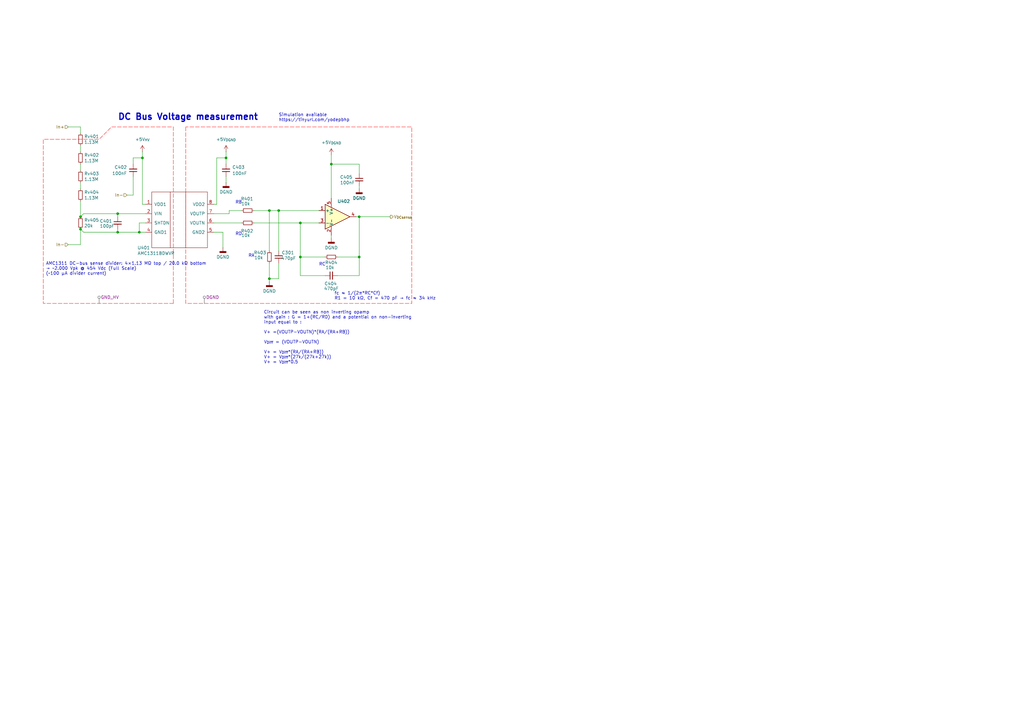
<source format=kicad_sch>
(kicad_sch (version 20250114) (generator "eeschema") (generator_version "9.0")
  (paper "A3")
  (title_block (title "Micro-inverter - 400W") (date "2024-02-06") (comment 1 "JAL"))
  (lib_symbols
    (symbol "Device:C_Small" (pin_numbers (hide yes)) (pin_names (offset 0.254) (hide yes))
      (property "Reference" "C" (at 0.254 1.778 0))
      (property "Value" "C_Small" (at 0.254 -2.032 0))
      (symbol "C_Small_0_1"
        (polyline (pts (xy -1.524 0.508) (xy 1.524 0.508)) (stroke (width 0.3048)))
        (polyline (pts (xy -1.524 -0.508) (xy 1.524 -0.508)) (stroke (width 0.3302)))
      )
      (symbol "C_Small_1_1"
        (pin passive line (at 0 2.54 270) (length 2.032) (name "~") (number "1"))
        (pin passive line (at 0 -2.54 90) (length 2.032) (name "~") (number "2"))
      )
    )
    (symbol "Device:R_Small" (pin_numbers (hide yes)) (pin_names (offset 0.254) (hide yes))
      (property "Reference" "R" (at 0 0 90))
      (property "Value" "R_Small" (at 1.778 0 90))
      (symbol "R_Small_0_1"
        (rectangle (start -0.762 1.778) (end 0.762 -1.778) (stroke (width 0.2032)))
      )
      (symbol "R_Small_1_1"
        (pin passive line (at 0 2.54 270) (length 0.762) (name "~") (number "1"))
        (pin passive line (at 0 -2.54 90) (length 0.762) (name "~") (number "2"))
      )
    )
    (symbol "Symbols:AMC1311" (pin_names (offset 1.016))
      (property "Reference" "U" (at 0 -6.35 0))
      (property "Value" "AMC1311" (at 0 -8.89 0))
      (symbol "AMC1311_0_1"
        (rectangle (start -11.43 12.7) (end 11.43 -10.16))
        (polyline (pts (xy -3.81 12.7) (xy -3.81 -10.16)))
        (polyline (pts (xy 2.54 12.7) (xy 2.54 -10.16)))
      )
      (symbol "AMC1311_1_1"
        (pin power_in line (at -13.97 7.62 0) (length 2.54) (name "VDD1") (number "1"))
        (pin input line (at -13.97 3.81 0) (length 2.54) (name "VIN") (number "2"))
        (pin input line (at -13.97 0 0) (length 2.54) (name "SHTDN") (number "3"))
        (pin power_in line (at -13.97 -3.81 0) (length 2.54) (name "GND1") (number "4"))
        (pin power_in line (at 13.97 7.62 180) (length 2.54) (name "VDD2") (number "8"))
        (pin output line (at 13.97 3.81 180) (length 2.54) (name "VOUTP") (number "7"))
        (pin output line (at 13.97 0 180) (length 2.54) (name "VOUTN") (number "6"))
        (pin power_in line (at 13.97 -3.81 180) (length 2.54) (name "GND2") (number "5"))
      )
    )
    (symbol "Symbols:MCP6486UT-E/LT" (pin_names (offset 0.127))
      (property "Reference" "U402" (at 5.08 6.35 0))
      (symbol "MCP6486UT-E/LT_0_1"
        (polyline (pts (xy -2.54 5.08) (xy -2.54 -5.08) (xy 7.62 0) (xy -2.54 5.08)) (stroke (width 0.254)) (fill (type background)))
      )
      (symbol "MCP6486UT-E/LT_1_1"
        (pin input line (at -5.08 2.54 0) (length 2.54) (name "+") (number "1"))
        (pin input line (at -5.08 -2.54 0) (length 2.54) (name "-") (number "3"))
        (pin power_in line (at 0 7.62 270) (length 3.81) (name "V+") (number "5"))
        (pin power_in line (at 0 -7.62 90) (length 3.81) (name "V-") (number "2"))
        (pin output line (at 10.16 0 180) (length 2.54) (name "~") (number "4"))
      )
    )
    (symbol "power:+12V" (power) (pin_numbers (hide yes)) (pin_names (offset 0) (hide yes))
      (property "Value" "+12V" (at 0 3.556 0))
      (symbol "+12V_0_1"
        (polyline (pts (xy -0.762 1.27) (xy 0 2.54)))
        (polyline (pts (xy 0 2.54) (xy 0.762 1.27)))
        (polyline (pts (xy 0 0) (xy 0 2.54)))
      )
      (symbol "+12V_1_1"
        (pin power_in line (at 0 0 90) (length 0) (name "~") (number "1"))
      )
    )
    (symbol "power:GNDD" (power) (pin_numbers (hide yes)) (pin_names (offset 0) (hide yes))
      (property "Value" "GNDD" (at 0 -3.175 0))
      (symbol "GNDD_0_1"
        (rectangle (start -1.27 -1.524) (end 1.27 -2.032) (stroke (width 0.254)) (fill (type outline)))
        (polyline (pts (xy 0 0) (xy 0 -1.524)))
      )
      (symbol "GNDD_1_1"
        (pin power_in line (at 0 0 270) (length 0) (name "~") (number "1"))
      )
    )
  )
  (text "RB" (at 96.52 83.82 0) (effects (font (size 1.27 1.27)) (justify left bottom)))
  (text "AMC1311 DC-bus sense divider: 4×1.13 MΩ top / 20.0 kΩ bottom\n→ ~2.000 Vpk @ 454 Vdc (Full Scale) \n(~100 µA divider current)\n" (at 18.796 110.236 0) (effects (font (size 1.27 1.27)) (justify left)))
  (text "Circuit can be seen as non inverting opamp\nwith gain : G = 1+(RC/RD) and a potential on non-inverting\ninput equal to :\n\nV+ =(VOUTP-VOUTN)*(RA/(RA+RB))\n\nV_{Diff} = (VOUTP-VOUTN)\n\nV+ = V_{Diff}*(RA/(RA+RB))\nV+ = V_{Diff}*(27k/(27k+27k))\nV+ = V_{Diff}*0.5" (at 108.204 149.352 0) (effects (font (size 1.27 1.27)) (justify left bottom)))
  (text "RD" (at 96.52 96.774 0) (effects (font (size 1.27 1.27)) (justify left bottom)))
  (text "DC Bus Voltage measurement" (at 48.26 49.53 0) (effects (font (size 2.54 2.54) (thickness 0.5) (bold yes)) (justify left bottom)))
  (text "fc ​≈ 1/(2π*RC*Cf)​\nR1 = 10 kΩ, Cf = 470 pF → fc ≈ 34 kHz" (at 137.16 121.412 0) (effects (font (size 1.27 1.27)) (justify left)))
  (text "RA" (at 101.854 105.664 0) (effects (font (size 1.27 1.27)) (justify left bottom)))
  (text "Simulation available\nhttps://tinyurl.com/yodepbhp\n\n" (at 114.3 52.07 0) (effects (font (size 1.27 1.27)) (justify left bottom)))
  (text "RC" (at 130.81 109.22 0) (effects (font (size 1.27 1.27)) (justify left bottom)))
  (junction (at 110.49 86.36))
  (junction (at 57.15 95.25))
  (junction (at 114.3 86.36))
  (junction (at 48.26 87.63))
  (junction (at 147.32 88.9))
  (junction (at 48.26 95.25))
  (junction (at 33.02 88.9))
  (junction (at 135.89 67.31))
  (junction (at 123.19 105.41))
  (junction (at 92.71 64.77))
  (junction (at 110.49 114.3))
  (junction (at 123.19 91.44))
  (junction (at 147.32 105.41))
  (junction (at 58.42 64.77))
  (junction (at 33.02 93.98))
  (wire (pts (xy 93.98 87.63) (xy 87.63 87.63)))
  (wire (pts (xy 114.3 86.36) (xy 114.3 102.87)))
  (wire (pts (xy 58.42 83.82) (xy 59.69 83.82)))
  (wire (pts (xy 33.02 67.31) (xy 33.02 69.85)))
  (wire (pts (xy 57.15 95.25) (xy 59.69 95.25)))
  (wire (pts (xy 92.71 62.23) (xy 92.71 64.77)))
  (wire (pts (xy 110.49 86.36) (xy 114.3 86.36)))
  (wire (pts (xy 54.61 64.77) (xy 54.61 67.31)))
  (wire (pts (xy 91.44 95.25) (xy 91.44 101.6)))
  (wire (pts (xy 33.02 93.98) (xy 34.29 95.25)) (stroke (width 0.1524)))
  (wire (pts (xy 33.02 82.55) (xy 33.02 88.9)))
  (wire (pts (xy 57.15 91.44) (xy 57.15 95.25)))
  (wire (pts (xy 33.02 100.33) (xy 33.02 93.98)) (stroke (width 0.1524)))
  (wire (pts (xy 54.61 80.01) (xy 52.07 80.01)) (stroke (width 0.1524)))
  (wire (pts (xy 123.19 105.41) (xy 133.35 105.41)))
  (wire (pts (xy 48.26 87.63) (xy 48.26 88.9)))
  (wire (pts (xy 33.02 52.07) (xy 33.02 54.61)))
  (wire (pts (xy 114.3 86.36) (xy 130.81 86.36)))
  (wire (pts (xy 104.14 91.44) (xy 123.19 91.44)))
  (wire (pts (xy 104.14 86.36) (xy 110.49 86.36)))
  (wire (pts (xy 48.26 87.63) (xy 59.69 87.63)))
  (wire (pts (xy 123.19 105.41) (xy 123.19 113.03)))
  (wire (pts (xy 27.94 52.07) (xy 33.02 52.07)))
  (wire (pts (xy 58.42 64.77) (xy 58.42 83.82)))
  (wire (pts (xy 87.63 95.25) (xy 91.44 95.25)))
  (wire (pts (xy 87.63 91.44) (xy 99.06 91.44)))
  (wire (pts (xy 92.71 64.77) (xy 92.71 67.31)))
  (wire (pts (xy 147.32 88.9) (xy 147.32 105.41)))
  (wire (pts (xy 34.29 95.25) (xy 48.26 95.25)) (stroke (width 0.1524)))
  (wire (pts (xy 147.32 67.31) (xy 147.32 71.12)))
  (wire (pts (xy 147.32 67.31) (xy 135.89 67.31)))
  (wire (pts (xy 33.02 59.69) (xy 33.02 62.23)))
  (wire (pts (xy 133.35 113.03) (xy 123.19 113.03)))
  (wire (pts (xy 59.69 91.44) (xy 57.15 91.44)))
  (wire (pts (xy 135.89 67.31) (xy 135.89 81.28)))
  (wire (pts (xy 33.02 74.93) (xy 33.02 77.47)))
  (wire (pts (xy 135.89 63.5) (xy 135.89 67.31)))
  (wire (pts (xy 92.71 64.77) (xy 88.9 64.77)))
  (wire (pts (xy 146.05 88.9) (xy 147.32 88.9)))
  (wire (pts (xy 110.49 86.36) (xy 110.49 102.87)))
  (wire (pts (xy 34.29 87.63) (xy 48.26 87.63)))
  (wire (pts (xy 48.26 95.25) (xy 57.15 95.25)) (stroke (width 0.1524)))
  (wire (pts (xy 33.02 88.9) (xy 34.29 87.63)))
  (wire (pts (xy 135.89 96.52) (xy 135.89 97.79)))
  (wire (pts (xy 110.49 107.95) (xy 110.49 114.3)))
  (wire (pts (xy 138.43 105.41) (xy 147.32 105.41)))
  (wire (pts (xy 138.43 113.03) (xy 147.32 113.03)))
  (wire (pts (xy 88.9 64.77) (xy 88.9 83.82)))
  (wire (pts (xy 123.19 91.44) (xy 130.81 91.44)))
  (wire (pts (xy 147.32 105.41) (xy 147.32 113.03)))
  (wire (pts (xy 123.19 91.44) (xy 123.19 105.41)))
  (wire (pts (xy 93.98 86.36) (xy 93.98 87.63)))
  (wire (pts (xy 92.71 72.39) (xy 92.71 74.93)))
  (wire (pts (xy 114.3 114.3) (xy 110.49 114.3)))
  (wire (pts (xy 99.06 86.36) (xy 93.98 86.36)))
  (wire (pts (xy 48.26 93.98) (xy 48.26 95.25)))
  (wire (pts (xy 114.3 107.95) (xy 114.3 114.3)))
  (wire (pts (xy 147.32 76.2) (xy 147.32 77.47)))
  (wire (pts (xy 58.42 62.23) (xy 58.42 64.77)))
  (wire (pts (xy 87.63 83.82) (xy 88.9 83.82)))
  (wire (pts (xy 54.61 72.39) (xy 54.61 80.01)))
  (wire (pts (xy 110.49 114.3) (xy 110.49 115.57)))
  (wire (pts (xy 54.61 64.77) (xy 58.42 64.77)))
  (wire (pts (xy 27.94 100.33) (xy 33.02 100.33)) (stroke (width 0.1524)))
  (wire (pts (xy 147.32 88.9) (xy 160.02 88.9)))
  (hierarchical_label "In-" (shape input) (at 52.07 80.01 180))
  (hierarchical_label "In-" (shape input) (at 27.94 100.33 180))
  (hierarchical_label "V_{DCsense}" (shape output) (at 160.02 88.9 0))
  (hierarchical_label "In+" (shape input) (at 27.94 52.07 180))
  (rule_area (polyline (pts (xy 76.2 52.07) (xy 76.2 124.46) (xy 168.91 124.46) (xy 168.91 52.07)) (stroke (width 0) (type dash))))
  (rule_area (polyline (pts (xy 71.12 124.46) (xy 71.12 52.07) (xy 45.72 52.07) (xy 40.64 57.15) (xy 17.78 57.15) (xy 17.78 124.46)) (stroke (width 0) (type dash))))
  (netclass_flag "" (length 2.54) (shape round) (at 83.82 124.46 0) (property "Netclass" "DGND" (at 84.5185 121.92 0) (effects (justify left))))
  (netclass_flag "" (length 2.54) (shape round) (at 40.64 124.46 0) (property "Netclass" "GND_HV" (at 41.3385 121.92 0) (effects (justify left))))
  (symbol (lib_id "Device:C_Small") (at 92.71 69.85 0) (mirror x) (unit 1)
    (property "Reference" "C403" (at 95.25 68.58 0) (effects (justify left)))
    (property "Value" "100nF" (at 95.25 71.12 0) (effects (justify left)))
    (property "Footprint" "Capacitor_SMD:C_1206_3216Metric" (effects (hide yes)))
    (property "Datasheet" "${KIPRJMOD}\\datasheet\\KEM_C1002_X7R_SMD-3316098.pdf" (effects (hide yes)))
    (property "Functional Block" "Measurement" (effects (hide yes)))
    (property "LCSC" "C24497" (effects (hide yes)))
  )
  (symbol (lib_id "Device:C_Small") (at 135.89 113.03 90) (unit 1)
    (property "Reference" "C404" (at 138.176 116.332 90) (effects (justify left)))
    (property "Value" "470pF" (at 138.938 118.364 90) (effects (justify left)))
    (property "Footprint" "Footprints:C_0805_2012Metric" (effects (hide yes)))
    (property "Datasheet" "${KIPRJMOD}\\datasheet\\UPY_GP_NP0_16V_to_50V_18-1730511.pdf" (effects (hide yes)))
    (property "LCSC" "C1743" (effects (hide yes)))
  )
  (symbol (lib_id "Device:R_Small") (at 135.89 105.41 90) (unit 1)
    (property "Reference" "R404" (at 138.43 107.696 90) (effects (justify left)))
    (property "Value" "10k" (at 137.16 109.728 90) (effects (justify left)))
    (property "Footprint" "Footprints:R_0805_2012Metric" (effects (hide yes)))
    (property "Description" "Resistor, small symbol" (effects (hide yes)))
    (property "LCSC" "C17414" (effects (hide yes)))
  )
  (symbol (lib_id "Device:R_Small") (at 33.02 72.39 0) (unit 1)
    (property "Reference" "Rv403" (at 34.5186 71.2216 0) (effects (justify left)))
    (property "Value" "1.13M" (at 34.5186 73.533 0) (effects (justify left)))
    (property "Footprint" "Resistor_SMD:R_0805_2012Metric" (effects (hide yes)))
    (property "Description" "Resistor, small symbol" (effects (hide yes)))
    (property "LCSC" "C2091141" (effects (hide yes)))
  )
  (symbol (lib_id "Device:C_Small") (at 147.32 73.66 0) (unit 1)
    (property "Reference" "C405" (at 139.446 72.644 0) (effects (justify left)))
    (property "Value" "100nF" (at 139.446 74.93 0) (effects (justify left)))
    (property "Footprint" "Capacitor_SMD:C_0805_2012Metric" (effects (hide yes)))
    (property "Datasheet" "${KIPRJMOD}\\datasheet\\KEM_C1002_X7R_SMD-3316098.pdf" (effects (hide yes)))
    (property "LCSC" "C49678" (effects (hide yes)))
  )
  (symbol (lib_id "Device:R_Small") (at 101.6 86.36 90) (unit 1)
    (property "Reference" "R401" (at 103.886 81.534 90) (effects (justify left)))
    (property "Value" "10k" (at 102.616 83.566 90) (effects (justify left)))
    (property "Footprint" "Footprints:R_0805_2012Metric" (effects (hide yes)))
    (property "Description" "Resistor, small symbol" (effects (hide yes)))
    (property "LCSC" "C17414" (effects (hide yes)))
  )
  (symbol (lib_id "power:GNDD") (at 92.71 74.93 0) (unit 1)
    (property "Reference" "#PWR0108" (effects (hide yes)))
    (property "Value" "DGND" (at 92.71 78.74 0))
    (property "Description" "Power symbol creates a global label with name \"GNDD\" , digital ground" (effects (hide yes)))
  )
  (symbol (lib_id "power:+12V") (at 92.71 62.23 0) (unit 1)
    (property "Reference" "#PWR0107" (effects (hide yes)))
    (property "Value" "+5V_{DGND}" (at 92.71 57.15 0))
    (property "Description" "Power symbol creates a global label with name \"+12V\"" (effects (hide yes)))
  )
  (symbol (lib_id "Device:R_Small") (at 110.49 105.41 0) (mirror y) (unit 1)
    (property "Reference" "R403" (at 109.22 103.632 0) (effects (justify left)))
    (property "Value" "10k" (at 107.95 105.664 0) (effects (justify left)))
    (property "Footprint" "Footprints:R_0805_2012Metric" (effects (hide yes)))
    (property "Description" "Resistor, small symbol" (effects (hide yes)))
    (property "LCSC" "C17414" (effects (hide yes)))
  )
  (symbol (lib_id "Device:C_Small") (at 114.3 105.41 180) (unit 1)
    (property "Reference" "C301" (at 120.65 103.632 0) (effects (justify left)))
    (property "Value" "470pF" (at 121.412 105.918 0) (effects (justify left)))
    (property "Footprint" "Footprints:C_0805_2012Metric" (effects (hide yes)))
    (property "Datasheet" "${KIPRJMOD}\\datasheet\\UPY_GP_NP0_16V_to_50V_18-1730511.pdf" (effects (hide yes)))
    (property "LCSC" "C1743" (effects (hide yes)))
  )
  (symbol (lib_id "Device:R_Small") (at 101.6 91.44 90) (unit 1)
    (property "Reference" "R402" (at 103.886 94.742 90) (effects (justify left)))
    (property "Value" "10k" (at 102.616 96.52 90) (effects (justify left)))
    (property "Footprint" "Footprints:R_0805_2012Metric" (effects (hide yes)))
    (property "Description" "Resistor, small symbol" (effects (hide yes)))
    (property "LCSC" "C17414" (effects (hide yes)))
  )
  (symbol (lib_id "power:GNDD") (at 91.44 101.6 0) (unit 1)
    (property "Reference" "#PWR0105" (effects (hide yes)))
    (property "Value" "DGND" (at 91.44 105.41 0))
    (property "Description" "Power symbol creates a global label with name \"GNDD\" , digital ground" (effects (hide yes)))
  )
  (symbol (lib_id "Device:C_Small") (at 48.26 91.44 0) (unit 1)
    (property "Reference" "C401" (at 40.894 90.678 0) (effects (justify left)))
    (property "Value" "100pF" (at 40.894 92.71 0) (effects (justify left)))
    (property "Footprint" "Footprints:C_0805_2012Metric" (effects (hide yes)))
    (property "Datasheet" "${KIPRJMOD}\\datasheet\\UPY_GP_NP0_16V_to_50V_18-1730511.pdf" (effects (hide yes)))
    (property "LCSC" "C1790" (effects (hide yes)))
  )
  (symbol (lib_id "Device:R_Small") (at 33.02 80.01 0) (unit 1)
    (property "Reference" "Rv404" (at 34.5186 78.8416 0) (effects (justify left)))
    (property "Value" "1.13M" (at 34.5186 81.153 0) (effects (justify left)))
    (property "Footprint" "Resistor_SMD:R_0805_2012Metric" (effects (hide yes)))
    (property "Description" "Resistor, small symbol" (effects (hide yes)))
    (property "LCSC" "C2091141" (effects (hide yes)))
  )
  (symbol (lib_id "power:GNDD") (at 135.89 97.79 0) (unit 1)
    (property "Reference" "#PWR0101" (effects (hide yes)))
    (property "Value" "DGND" (at 135.89 101.6 0))
    (property "Description" "Power symbol creates a global label with name \"GNDD\" , digital ground" (effects (hide yes)))
  )
  (symbol (lib_id "power:GNDD") (at 147.32 77.47 0) (unit 1)
    (property "Reference" "#PWR0102" (effects (hide yes)))
    (property "Value" "DGND" (at 147.32 81.28 0))
    (property "Description" "Power symbol creates a global label with name \"GNDD\" , digital ground" (effects (hide yes)))
  )
  (symbol (lib_id "Symbols:AMC1311") (at 73.66 91.44 0) (unit 1)
    (property "Reference" "U401" (at 58.928 101.6 0))
    (property "Value" "AMC1311BDWVR" (at 64.008 103.886 0))
    (property "Footprint" "Package_SO:SOIC-8_7.5x5.85mm_P1.27mm" (effects (hide yes)))
    (property "Datasheet" "https://www.ti.com/lit/ds/symlink/amc1311.pdf?ts=1597049043074&ref_url=https%253A%252F%252Fwww.google.com%252F" (effects (hide yes)))
    (property "Description" "High-Impedance,2-V Input, Fixed gain:1 - Reinforced Isolated Amplifiers" (effects (hide yes)))
    (property "LCSC" "C783598" (effects (hide yes)))
  )
  (symbol (lib_id "Device:R_Small") (at 33.02 91.44 0) (unit 1)
    (property "Reference" "Rv405" (at 34.5186 90.2716 0) (effects (justify left)))
    (property "Value" "20k" (at 34.5186 92.583 0) (effects (justify left)))
    (property "Footprint" "Resistor_SMD:R_0805_2012Metric" (effects (hide yes)))
    (property "Description" "Resistor, small symbol" (effects (hide yes)))
    (property "LCSC" "C4328" (effects (hide yes)))
  )
  (symbol (lib_id "Device:C_Small") (at 54.61 69.85 180) (unit 1)
    (property "Reference" "C402" (at 52.07 68.58 0) (effects (justify left)))
    (property "Value" "100nF" (at 52.07 71.12 0) (effects (justify left)))
    (property "Footprint" "Capacitor_SMD:C_1206_3216Metric" (effects (hide yes)))
    (property "Datasheet" "${KIPRJMOD}\\datasheet\\KEM_C1002_X7R_SMD-3316098.pdf" (effects (hide yes)))
    (property "Functional Block" "Measurement" (effects (hide yes)))
    (property "LCSC" "C24497" (effects (hide yes)))
  )
  (symbol (lib_id "power:+12V") (at 58.42 62.23 0) (unit 1)
    (property "Reference" "#PWR0106" (effects (hide yes)))
    (property "Value" "+5V_{HV}" (at 58.42 57.15 0))
    (property "Description" "Power symbol creates a global label with name \"+12V\"" (effects (hide yes)))
  )
  (symbol (lib_id "Device:R_Small") (at 33.02 64.77 0) (unit 1)
    (property "Reference" "Rv402" (at 34.5186 63.6016 0) (effects (justify left)))
    (property "Value" "1.13M" (at 34.5186 65.913 0) (effects (justify left)))
    (property "Footprint" "Resistor_SMD:R_0805_2012Metric" (effects (hide yes)))
    (property "Description" "Resistor, small symbol" (effects (hide yes)))
    (property "LCSC" "C2091141" (effects (hide yes)))
  )
  (symbol (lib_id "power:+12V") (at 135.89 63.5 0) (unit 1)
    (property "Reference" "#PWR0103" (effects (hide yes)))
    (property "Value" "+5V_{DGND}" (at 135.89 58.42 0))
    (property "Description" "Power symbol creates a global label with name \"+12V\"" (effects (hide yes)))
  )
  (symbol (lib_id "power:GNDD") (at 110.49 115.57 0) (unit 1)
    (property "Reference" "#PWR0104" (effects (hide yes)))
    (property "Value" "DGND" (at 110.49 119.38 0))
    (property "Description" "Power symbol creates a global label with name \"GNDD\" , digital ground" (effects (hide yes)))
  )
  (symbol (lib_id "Symbols:MCP6486UT-E/LT") (at 135.89 88.9 0) (unit 1)
    (property "Reference" "U402" (at 140.97 82.55 0))
    (property "Value" "MCP6486UT-E/LT" (effects (hide yes)))
    (property "Footprint" "Package_TO_SOT_SMD:SOT-353_SC-70-5" (effects (hide yes)))
    (property "Datasheet" "${KIPRJMOD}\\datasheets\\MCP6486.pdf" (effects (hide yes)))
    (property "Functional Block" "Measurement" (effects (hide yes)))
    (property "LCSC" "C5224800" (effects (hide yes)))
    (property "Rotation Offset" "90" (effects (hide yes)))
  )
  (symbol (lib_id "Device:R_Small") (at 33.02 57.15 0) (unit 1)
    (property "Reference" "Rv401" (at 34.5186 55.9816 0) (effects (justify left)))
    (property "Value" "1.13M" (at 34.5186 58.293 0) (effects (justify left)))
    (property "Footprint" "Resistor_SMD:R_0805_2012Metric" (effects (hide yes)))
    (property "Description" "Resistor, small symbol" (effects (hide yes)))
    (property "LCSC" "C2091141" (effects (hide yes)))
  )
)
</source>
